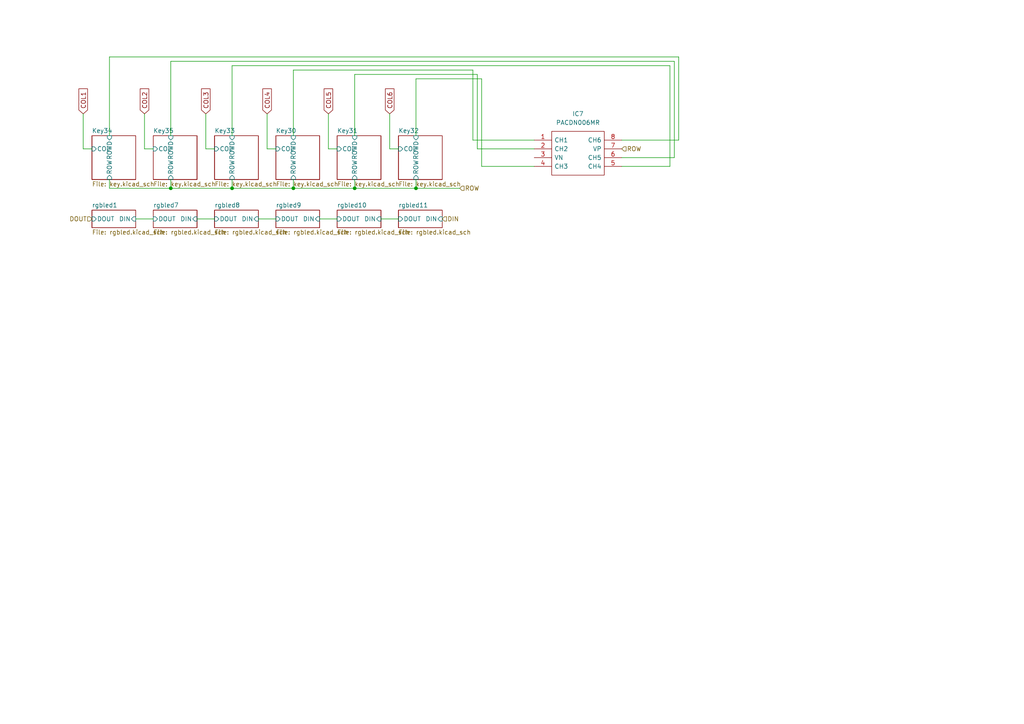
<source format=kicad_sch>
(kicad_sch (version 20211123) (generator eeschema)
  (paper "A4")
  (lib_symbols
    (symbol "SamacSys_Parts:PACDN006MR" (pin_names (offset 0.762))
      (property "Reference" "IC" (at 21.59 7.62 0))
      (property "Value" "PACDN006MR" (at 21.59 5.08 0))
      (symbol "PACDN006MR_0_0"
        (pin passive line (at 0 0 0) (length 5.08) (name "CH1") (number "1"))
        (pin passive line (at 0 -2.54 0) (length 5.08) (name "CH2") (number "2"))
        (pin passive line (at 0 -5.08 0) (length 5.08) (name "VN") (number "3"))
        (pin passive line (at 0 -7.62 0) (length 5.08) (name "CH3") (number "4"))
        (pin passive line (at 25.4 -7.62 180) (length 5.08) (name "CH4") (number "5"))
        (pin passive line (at 25.4 -5.08 180) (length 5.08) (name "CH5") (number "6"))
        (pin passive line (at 25.4 -2.54 180) (length 5.08) (name "VP") (number "7"))
        (pin passive line (at 25.4 0 180) (length 5.08) (name "CH6") (number "8"))
      )
      (symbol "PACDN006MR_0_1"
        (polyline (pts (xy 5.08 2.54) (xy 20.32 2.54) (xy 20.32 -10.16) (xy 5.08 -10.16) (xy 5.08 2.54)) (stroke (width 0.1524)))
      )
    )
  )
  (junction (at 120.65 54.61))
  (junction (at 67.31 54.61))
  (junction (at 85.09 54.61))
  (junction (at 102.87 54.61))
  (junction (at 49.53 54.61))
  (wire (pts (xy 138.43 43.18) (xy 138.43 21.59)))
  (wire (pts (xy 74.93 63.5) (xy 80.01 63.5)))
  (wire (pts (xy 102.87 21.59) (xy 102.87 39.37)))
  (wire (pts (xy 31.75 54.61) (xy 49.53 54.61)))
  (wire (pts (xy 85.09 54.61) (xy 85.09 52.07)))
  (wire (pts (xy 138.43 21.59) (xy 102.87 21.59)))
  (wire (pts (xy 120.65 54.61) (xy 133.35 54.61)))
  (wire (pts (xy 67.31 54.61) (xy 67.31 52.07)))
  (wire (pts (xy 92.71 63.5) (xy 97.79 63.5)))
  (wire (pts (xy 59.69 43.18) (xy 62.23 43.18)))
  (wire (pts (xy 139.7 22.86) (xy 120.65 22.86)))
  (wire (pts (xy 24.13 43.18) (xy 26.67 43.18)))
  (wire (pts (xy 196.85 40.64) (xy 196.85 16.51)))
  (wire (pts (xy 180.34 40.64) (xy 196.85 40.64)))
  (wire (pts (xy 138.43 43.18) (xy 154.94 43.18)))
  (wire (pts (xy 137.16 40.64) (xy 137.16 20.32)))
  (wire (pts (xy 196.85 16.51) (xy 31.75 16.51)))
  (wire (pts (xy 57.15 63.5) (xy 62.23 63.5)))
  (wire (pts (xy 195.58 45.72) (xy 195.58 17.78)))
  (wire (pts (xy 49.53 54.61) (xy 67.31 54.61)))
  (wire (pts (xy 95.25 33.02) (xy 95.25 43.18)))
  (wire (pts (xy 180.34 48.26) (xy 194.31 48.26)))
  (wire (pts (xy 120.65 54.61) (xy 120.65 52.07)))
  (wire (pts (xy 154.94 48.26) (xy 139.7 48.26)))
  (wire (pts (xy 77.47 43.18) (xy 80.01 43.18)))
  (wire (pts (xy 85.09 54.61) (xy 102.87 54.61)))
  (wire (pts (xy 67.31 19.05) (xy 67.31 39.37)))
  (wire (pts (xy 39.37 63.5) (xy 44.45 63.5)))
  (wire (pts (xy 137.16 40.64) (xy 154.94 40.64)))
  (wire (pts (xy 49.53 54.61) (xy 49.53 52.07)))
  (wire (pts (xy 113.03 33.02) (xy 113.03 43.18)))
  (wire (pts (xy 41.91 43.18) (xy 44.45 43.18)))
  (wire (pts (xy 31.75 16.51) (xy 31.75 39.37)))
  (wire (pts (xy 102.87 54.61) (xy 102.87 52.07)))
  (wire (pts (xy 194.31 19.05) (xy 67.31 19.05)))
  (wire (pts (xy 137.16 20.32) (xy 85.09 20.32)))
  (wire (pts (xy 41.91 33.02) (xy 41.91 43.18)))
  (wire (pts (xy 120.65 22.86) (xy 120.65 39.37)))
  (wire (pts (xy 113.03 43.18) (xy 115.57 43.18)))
  (wire (pts (xy 139.7 22.86) (xy 139.7 48.26)))
  (wire (pts (xy 95.25 43.18) (xy 97.79 43.18)))
  (wire (pts (xy 59.69 33.02) (xy 59.69 43.18)))
  (wire (pts (xy 85.09 20.32) (xy 85.09 39.37)))
  (wire (pts (xy 195.58 17.78) (xy 49.53 17.78)))
  (wire (pts (xy 180.34 45.72) (xy 195.58 45.72)))
  (wire (pts (xy 31.75 52.07) (xy 31.75 54.61)))
  (wire (pts (xy 49.53 17.78) (xy 49.53 39.37)))
  (wire (pts (xy 110.49 63.5) (xy 115.57 63.5)))
  (wire (pts (xy 194.31 19.05) (xy 194.31 48.26)))
  (wire (pts (xy 102.87 54.61) (xy 120.65 54.61)))
  (wire (pts (xy 67.31 54.61) (xy 85.09 54.61)))
  (wire (pts (xy 77.47 33.02) (xy 77.47 43.18)))
  (wire (pts (xy 24.13 33.02) (xy 24.13 43.18)))
  (global_label "COL3" (shape input) (at 59.69 33.02 90) (property "Intersheet References" "${INTERSHEET_REFS}" (effects hide)))
  (global_label "COL2" (shape input) (at 41.91 33.02 90) (property "Intersheet References" "${INTERSHEET_REFS}" (effects hide)))
  (global_label "COL5" (shape input) (at 95.25 33.02 90) (property "Intersheet References" "${INTERSHEET_REFS}" (effects hide)))
  (global_label "COL4" (shape input) (at 77.47 33.02 90) (property "Intersheet References" "${INTERSHEET_REFS}" (effects hide)))
  (global_label "COL1" (shape input) (at 24.13 33.02 90) (property "Intersheet References" "${INTERSHEET_REFS}" (effects hide)))
  (global_label "COL6" (shape input) (at 113.03 33.02 90) (property "Intersheet References" "${INTERSHEET_REFS}" (effects hide)))
  (hierarchical_label "ROW" (shape input) (at 180.34 43.18 0))
  (hierarchical_label "DOUT" (shape input) (at 26.67 63.5 180))
  (hierarchical_label "DIN" (shape input) (at 128.27 63.5 0))
  (hierarchical_label "ROW" (shape input) (at 133.35 54.61 0))
  (symbol (lib_id "SamacSys_Parts:PACDN006MR") (at 154.94 40.64 0)
    (property "Reference" "IC7" (at 167.64 33.02 0))
    (property "Value" "PACDN006MR" (at 167.64 35.56 0))
    (property "Footprint" "Stefan:SOP65P490X110-8N-reversible" (effects hide))
    (property "Datasheet" "https://componentsearchengine.com/Datasheets/1/PACDN006MR.pdf" (effects hide))
    (property "Description" "6-Channel ESD Protection Array" (effects hide))
    (property "Height" "1.1" (effects hide))
    (property "Mouser Part Number" "748-PACDN006MR" (effects hide))
    (property "Mouser Price/Stock" "https://www.mouser.com/Search/Refine.aspx?Keyword=748-PACDN006MR" (effects hide))
    (property "Manufacturer_Name" "ON Semiconductor" (effects hide))
    (property "Manufacturer_Part_Number" "PACDN006MR" (effects hide))
  )
  (sheet (at 44.45 60.96) (size 12.7 5.08) (stroke (width 0.1524))
    (property "Sheet name" "rgbled7" (at 44.45 60.2484 0) (effects (justify left bottom)))
    (property "Sheet file" "rgbled.kicad_sch" (at 44.45 66.6246 0) (effects (justify left top)))
    (pin "DIN" input (at 57.15 63.5 0))
    (pin "DOUT" input (at 44.45 63.5 180))
  )
  (sheet (at 80.01 60.96) (size 12.7 5.08) (stroke (width 0.1524))
    (property "Sheet name" "rgbled9" (at 80.01 60.2484 0) (effects (justify left bottom)))
    (property "Sheet file" "rgbled.kicad_sch" (at 80.01 66.6246 0) (effects (justify left top)))
    (pin "DIN" input (at 92.71 63.5 0))
    (pin "DOUT" input (at 80.01 63.5 180))
  )
  (sheet (at 80.01 39.37) (size 12.7 12.7) (stroke (width 0.1524))
    (property "Sheet name" "Key30" (at 80.01 38.6584 0) (effects (justify left bottom)))
    (property "Sheet file" "key.kicad_sch" (at 80.01 52.6546 0) (effects (justify left top)))
    (pin "COL" input (at 80.01 43.18 180))
    (pin "ROW" input (at 85.09 52.07 270))
    (pin "ROWD" input (at 85.09 39.37 90))
  )
  (sheet (at 115.57 60.96) (size 12.7 5.08) (stroke (width 0.1524))
    (property "Sheet name" "rgbled11" (at 115.57 60.2484 0) (effects (justify left bottom)))
    (property "Sheet file" "rgbled.kicad_sch" (at 115.57 66.6246 0) (effects (justify left top)))
    (pin "DIN" input (at 128.27 63.5 0))
    (pin "DOUT" input (at 115.57 63.5 180))
  )
  (sheet (at 62.23 60.96) (size 12.7 5.08) (stroke (width 0.1524))
    (property "Sheet name" "rgbled8" (at 62.23 60.2484 0) (effects (justify left bottom)))
    (property "Sheet file" "rgbled.kicad_sch" (at 62.23 66.6246 0) (effects (justify left top)))
    (pin "DIN" input (at 74.93 63.5 0))
    (pin "DOUT" input (at 62.23 63.5 180))
  )
  (sheet (at 44.45 39.37) (size 12.7 12.7) (stroke (width 0.1524))
    (property "Sheet name" "Key35" (at 44.45 38.6584 0) (effects (justify left bottom)))
    (property "Sheet file" "key.kicad_sch" (at 44.45 52.6546 0) (effects (justify left top)))
    (pin "COL" input (at 44.45 43.18 180))
    (pin "ROW" input (at 49.53 52.07 270))
    (pin "ROWD" input (at 49.53 39.37 90))
  )
  (sheet (at 97.79 60.96) (size 12.7 5.08) (stroke (width 0.1524))
    (property "Sheet name" "rgbled10" (at 97.79 60.2484 0) (effects (justify left bottom)))
    (property "Sheet file" "rgbled.kicad_sch" (at 97.79 66.6246 0) (effects (justify left top)))
    (pin "DIN" input (at 110.49 63.5 0))
    (pin "DOUT" input (at 97.79 63.5 180))
  )
  (sheet (at 26.67 39.37) (size 12.7 12.7) (stroke (width 0.1524))
    (property "Sheet name" "Key34" (at 26.67 38.6584 0) (effects (justify left bottom)))
    (property "Sheet file" "key.kicad_sch" (at 26.67 52.6546 0) (effects (justify left top)))
    (pin "COL" input (at 26.67 43.18 180))
    (pin "ROW" input (at 31.75 52.07 270))
    (pin "ROWD" input (at 31.75 39.37 90))
  )
  (sheet (at 115.57 39.37) (size 12.7 12.7) (stroke (width 0.1524))
    (property "Sheet name" "Key32" (at 115.57 38.6584 0) (effects (justify left bottom)))
    (property "Sheet file" "key.kicad_sch" (at 115.57 52.6546 0) (effects (justify left top)))
    (pin "COL" input (at 115.57 43.18 180))
    (pin "ROW" input (at 120.65 52.07 270))
    (pin "ROWD" input (at 120.65 39.37 90))
  )
  (sheet (at 26.67 60.96) (size 12.7 5.08) (stroke (width 0.1524))
    (property "Sheet name" "rgbled1" (at 26.67 60.2484 0) (effects (justify left bottom)))
    (property "Sheet file" "rgbled.kicad_sch" (at 26.67 66.6246 0) (effects (justify left top)))
    (pin "DIN" input (at 39.37 63.5 0))
    (pin "DOUT" input (at 26.67 63.5 180))
  )
  (sheet (at 62.23 39.37) (size 12.7 12.7) (stroke (width 0.1524))
    (property "Sheet name" "Key33" (at 62.23 38.6584 0) (effects (justify left bottom)))
    (property "Sheet file" "key.kicad_sch" (at 62.23 52.6546 0) (effects (justify left top)))
    (pin "COL" input (at 62.23 43.18 180))
    (pin "ROW" input (at 67.31 52.07 270))
    (pin "ROWD" input (at 67.31 39.37 90))
  )
  (sheet (at 97.79 39.37) (size 12.7 12.7) (stroke (width 0.1524))
    (property "Sheet name" "Key31" (at 97.79 38.6584 0) (effects (justify left bottom)))
    (property "Sheet file" "key.kicad_sch" (at 97.79 52.6546 0) (effects (justify left top)))
    (pin "COL" input (at 97.79 43.18 180))
    (pin "ROW" input (at 102.87 52.07 270))
    (pin "ROWD" input (at 102.87 39.37 90))
  )
)
</source>
